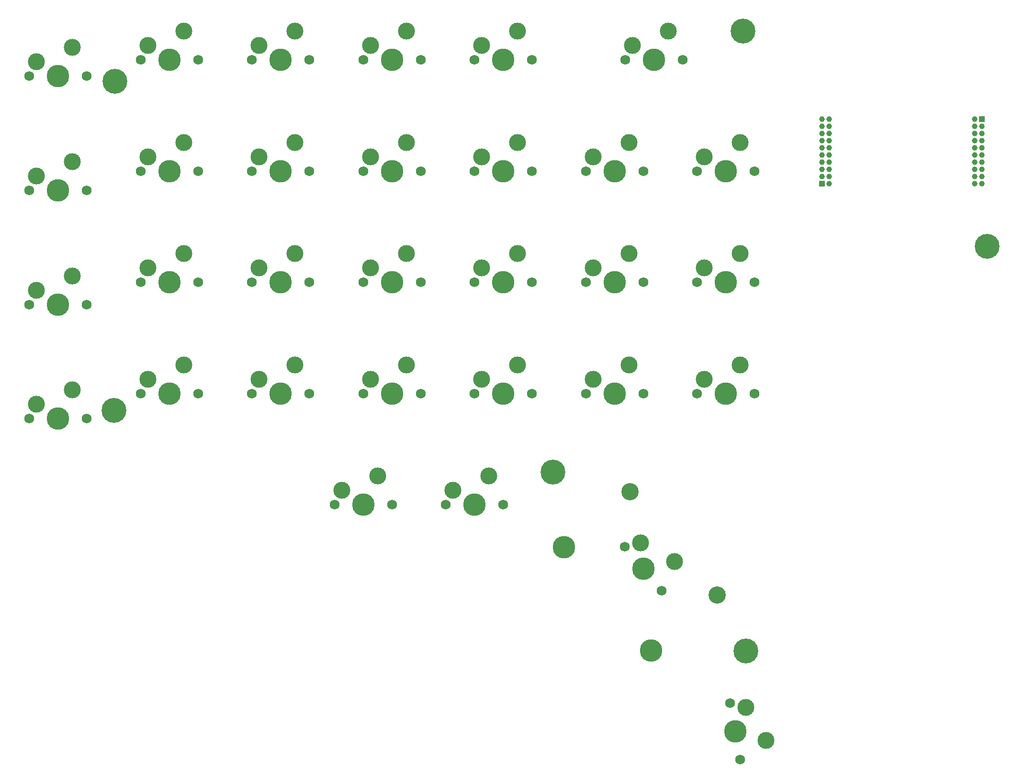
<source format=gbr>
%TF.GenerationSoftware,KiCad,Pcbnew,7.0.1*%
%TF.CreationDate,2023-03-23T04:50:53+01:00*%
%TF.ProjectId,Tiamat_v01_badge,5469616d-6174-45f7-9630-315f62616467,rev?*%
%TF.SameCoordinates,Original*%
%TF.FileFunction,Soldermask,Top*%
%TF.FilePolarity,Negative*%
%FSLAX46Y46*%
G04 Gerber Fmt 4.6, Leading zero omitted, Abs format (unit mm)*
G04 Created by KiCad (PCBNEW 7.0.1) date 2023-03-23 04:50:53*
%MOMM*%
%LPD*%
G01*
G04 APERTURE LIST*
%ADD10C,1.750000*%
%ADD11C,3.000000*%
%ADD12C,3.987800*%
%ADD13C,4.400000*%
%ADD14C,3.048000*%
%ADD15C,1.000000*%
%ADD16R,1.000000X1.000000*%
G04 APERTURE END LIST*
D10*
%TO.C,SW1*%
X36308500Y-35312300D03*
X26148500Y-35312300D03*
D11*
X27418500Y-32772300D03*
D12*
X31228500Y-35312300D03*
D11*
X33768500Y-30232300D03*
%TD*%
D13*
%TO.C,H6*%
X41275000Y-36195000D03*
%TD*%
%TO.C,H5*%
X41148000Y-94488000D03*
%TD*%
D11*
%TO.C,SW27*%
X140257686Y-121181186D03*
D12*
X134733500Y-122500794D03*
D11*
X134230232Y-117949484D03*
D10*
X131468139Y-118609288D03*
X137998861Y-126392300D03*
D14*
X147757919Y-127155961D03*
X132410722Y-108865884D03*
D12*
X136083402Y-136952044D03*
X120736205Y-118661967D03*
%TD*%
D11*
%TO.C,SW31*%
X156440257Y-152853756D03*
D12*
X150996367Y-151234477D03*
D11*
X152836179Y-147041293D03*
D10*
X150114234Y-146231654D03*
X151878500Y-156237300D03*
%TD*%
D11*
%TO.C,SW30*%
X151878500Y-86387300D03*
D12*
X149338500Y-91467300D03*
D11*
X145528500Y-88927300D03*
D10*
X144258500Y-91467300D03*
X154418500Y-91467300D03*
%TD*%
D11*
%TO.C,SW29*%
X151878500Y-66702300D03*
D12*
X149338500Y-71782300D03*
D11*
X145528500Y-69242300D03*
D10*
X144258500Y-71782300D03*
X154418500Y-71782300D03*
%TD*%
%TO.C,SW28*%
X154418500Y-52097300D03*
X144258500Y-52097300D03*
D11*
X145528500Y-49557300D03*
D12*
X149338500Y-52097300D03*
D11*
X151878500Y-47017300D03*
%TD*%
D10*
%TO.C,SW26*%
X134733500Y-91467300D03*
X124573500Y-91467300D03*
D11*
X125843500Y-88927300D03*
D12*
X129653500Y-91467300D03*
D11*
X132193500Y-86387300D03*
%TD*%
%TO.C,SW25*%
X132193500Y-66702300D03*
D12*
X129653500Y-71782300D03*
D11*
X125843500Y-69242300D03*
D10*
X124573500Y-71782300D03*
X134733500Y-71782300D03*
%TD*%
D11*
%TO.C,SW24*%
X132193500Y-47017300D03*
D12*
X129653500Y-52097300D03*
D11*
X125843500Y-49557300D03*
D10*
X124573500Y-52097300D03*
X134733500Y-52097300D03*
%TD*%
D11*
%TO.C,SW22*%
X107428500Y-106072300D03*
D12*
X104888500Y-111152300D03*
D11*
X101078500Y-108612300D03*
D10*
X99808500Y-111152300D03*
X109968500Y-111152300D03*
%TD*%
D11*
%TO.C,SW21*%
X112508500Y-86387300D03*
D12*
X109968500Y-91467300D03*
D11*
X106158500Y-88927300D03*
D10*
X104888500Y-91467300D03*
X115048500Y-91467300D03*
%TD*%
D11*
%TO.C,SW20*%
X112508500Y-66702300D03*
D12*
X109968500Y-71782300D03*
D11*
X106158500Y-69242300D03*
D10*
X104888500Y-71782300D03*
X115048500Y-71782300D03*
%TD*%
%TO.C,SW19*%
X115048500Y-52097300D03*
X104888500Y-52097300D03*
D11*
X106158500Y-49557300D03*
D12*
X109968500Y-52097300D03*
D11*
X112508500Y-47017300D03*
%TD*%
%TO.C,SW18*%
X112508500Y-27332300D03*
D12*
X109968500Y-32412300D03*
D11*
X106158500Y-29872300D03*
D10*
X104888500Y-32412300D03*
X115048500Y-32412300D03*
%TD*%
D11*
%TO.C,SW17*%
X87743500Y-106072300D03*
D12*
X85203500Y-111152300D03*
D11*
X81393500Y-108612300D03*
D10*
X80123500Y-111152300D03*
X90283500Y-111152300D03*
%TD*%
D11*
%TO.C,SW16*%
X92823500Y-86387300D03*
D12*
X90283500Y-91467300D03*
D11*
X86473500Y-88927300D03*
D10*
X85203500Y-91467300D03*
X95363500Y-91467300D03*
%TD*%
D11*
%TO.C,SW15*%
X92823500Y-66702300D03*
D12*
X90283500Y-71782300D03*
D11*
X86473500Y-69242300D03*
D10*
X85203500Y-71782300D03*
X95363500Y-71782300D03*
%TD*%
D11*
%TO.C,SW14*%
X92823500Y-47017300D03*
D12*
X90283500Y-52097300D03*
D11*
X86473500Y-49557300D03*
D10*
X85203500Y-52097300D03*
X95363500Y-52097300D03*
%TD*%
%TO.C,SW13*%
X95363500Y-32412300D03*
X85203500Y-32412300D03*
D11*
X86473500Y-29872300D03*
D12*
X90283500Y-32412300D03*
D11*
X92823500Y-27332300D03*
%TD*%
%TO.C,SW12*%
X73138500Y-86387300D03*
D12*
X70598500Y-91467300D03*
D11*
X66788500Y-88927300D03*
D10*
X65518500Y-91467300D03*
X75678500Y-91467300D03*
%TD*%
D11*
%TO.C,SW11*%
X73138500Y-66702300D03*
D12*
X70598500Y-71782300D03*
D11*
X66788500Y-69242300D03*
D10*
X65518500Y-71782300D03*
X75678500Y-71782300D03*
%TD*%
D11*
%TO.C,SW10*%
X73138500Y-47017300D03*
D12*
X70598500Y-52097300D03*
D11*
X66788500Y-49557300D03*
D10*
X65518500Y-52097300D03*
X75678500Y-52097300D03*
%TD*%
D11*
%TO.C,SW9*%
X73138500Y-27332300D03*
D12*
X70598500Y-32412300D03*
D11*
X66788500Y-29872300D03*
D10*
X65518500Y-32412300D03*
X75678500Y-32412300D03*
%TD*%
D11*
%TO.C,SW8*%
X53453500Y-86387300D03*
D12*
X50913500Y-91467300D03*
D11*
X47103500Y-88927300D03*
D10*
X45833500Y-91467300D03*
X55993500Y-91467300D03*
%TD*%
D11*
%TO.C,SW7*%
X53453500Y-66702300D03*
D12*
X50913500Y-71782300D03*
D11*
X47103500Y-69242300D03*
D10*
X45833500Y-71782300D03*
X55993500Y-71782300D03*
%TD*%
%TO.C,SW6*%
X55993500Y-52097300D03*
X45833500Y-52097300D03*
D11*
X47103500Y-49557300D03*
D12*
X50913500Y-52097300D03*
D11*
X53453500Y-47017300D03*
%TD*%
%TO.C,SW5*%
X53453500Y-27332300D03*
D12*
X50913500Y-32412300D03*
D11*
X47103500Y-29872300D03*
D10*
X45833500Y-32412300D03*
X55993500Y-32412300D03*
%TD*%
%TO.C,SW4*%
X36308500Y-95912300D03*
X26148500Y-95912300D03*
D11*
X27418500Y-93372300D03*
D12*
X31228500Y-95912300D03*
D11*
X33768500Y-90832300D03*
%TD*%
D15*
%TO.C,U1*%
X167589616Y-42919456D03*
X166319616Y-42919456D03*
X167589616Y-44189456D03*
X166319616Y-44189456D03*
X167589616Y-45459456D03*
X166319616Y-45459456D03*
X167589616Y-46729456D03*
X166319616Y-46729456D03*
X167589616Y-47999456D03*
X166319616Y-47999456D03*
X167589616Y-49269456D03*
X166319616Y-49269456D03*
X167589616Y-50539456D03*
X166319616Y-50539456D03*
X167589616Y-51809456D03*
X166319616Y-51809456D03*
X167589616Y-53079456D03*
X166319616Y-53079456D03*
X167589616Y-54349456D03*
D16*
X166319616Y-54349456D03*
D15*
X193319616Y-54349456D03*
X194589616Y-54349456D03*
X193319616Y-53079456D03*
X194589616Y-53079456D03*
X193319616Y-51809456D03*
X194589616Y-51809456D03*
X193319616Y-50539456D03*
X194589616Y-50539456D03*
X193319616Y-49269456D03*
X194589616Y-49269456D03*
X193319616Y-47999456D03*
X194589616Y-47999456D03*
X193319616Y-46729456D03*
X194589616Y-46729456D03*
X193319616Y-45459456D03*
X194589616Y-45459456D03*
X193319616Y-44189456D03*
X194589616Y-44189456D03*
X193319616Y-42919456D03*
D16*
X194589616Y-42919456D03*
%TD*%
D10*
%TO.C,SW23*%
X141718500Y-32412300D03*
X131558500Y-32412300D03*
D11*
X132828500Y-29872300D03*
D12*
X136638500Y-32412300D03*
D11*
X139178500Y-27332300D03*
%TD*%
%TO.C,SW3*%
X33768500Y-70632300D03*
D12*
X31228500Y-75712300D03*
D11*
X27418500Y-73172300D03*
D10*
X26148500Y-75712300D03*
X36308500Y-75712300D03*
%TD*%
D11*
%TO.C,SW2*%
X33768500Y-50432300D03*
D12*
X31228500Y-55512300D03*
D11*
X27418500Y-52972300D03*
D10*
X26148500Y-55512300D03*
X36308500Y-55512300D03*
%TD*%
D13*
%TO.C,H4*%
X118745000Y-105410000D03*
%TD*%
%TO.C,H3*%
X152400000Y-27305000D03*
%TD*%
%TO.C,H2*%
X195580000Y-65405000D03*
%TD*%
%TO.C,H1*%
X152908000Y-137033000D03*
%TD*%
M02*

</source>
